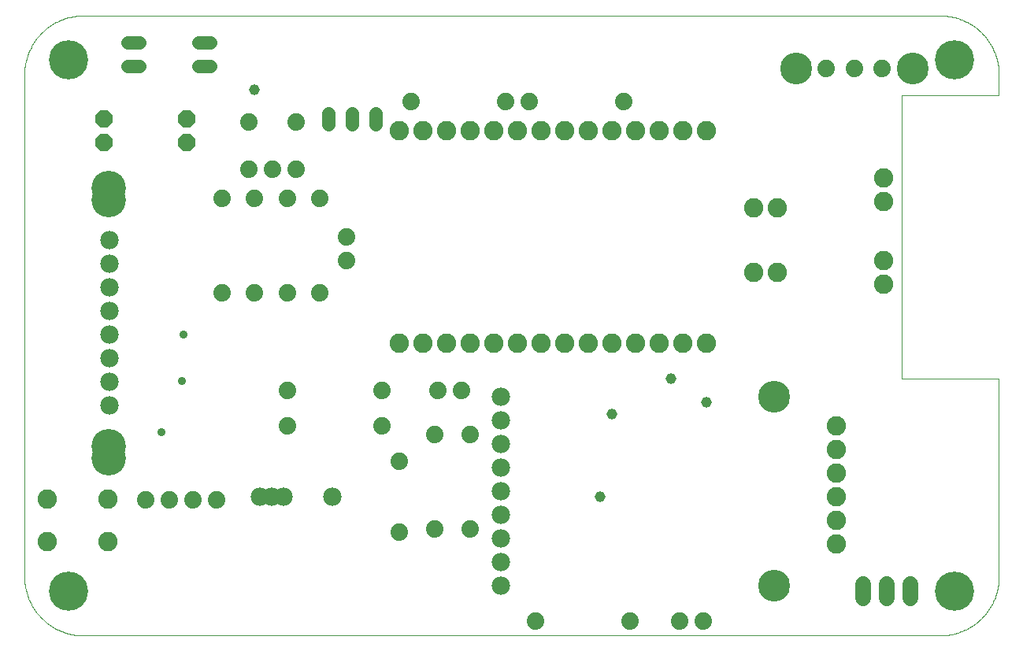
<source format=gts>
G75*
%MOIN*%
%OFA0B0*%
%FSLAX25Y25*%
%IPPOS*%
%LPD*%
%AMOC8*
5,1,8,0,0,1.08239X$1,22.5*
%
%ADD10C,0.00000*%
%ADD11C,0.07800*%
%ADD12C,0.13461*%
%ADD13OC8,0.07400*%
%ADD14C,0.06800*%
%ADD15C,0.08200*%
%ADD16C,0.07400*%
%ADD17C,0.05600*%
%ADD18C,0.16611*%
%ADD19C,0.14643*%
%ADD20C,0.04562*%
%ADD21C,0.03500*%
D10*
X0033850Y0008850D02*
X0396350Y0008850D01*
X0396954Y0008857D01*
X0397558Y0008879D01*
X0398161Y0008916D01*
X0398763Y0008967D01*
X0399363Y0009032D01*
X0399962Y0009112D01*
X0400559Y0009207D01*
X0401153Y0009316D01*
X0401745Y0009439D01*
X0402333Y0009576D01*
X0402918Y0009728D01*
X0403499Y0009894D01*
X0404075Y0010074D01*
X0404648Y0010267D01*
X0405215Y0010475D01*
X0405777Y0010696D01*
X0406334Y0010930D01*
X0406885Y0011178D01*
X0407430Y0011439D01*
X0407968Y0011714D01*
X0408500Y0012001D01*
X0409024Y0012301D01*
X0409541Y0012613D01*
X0410050Y0012938D01*
X0410552Y0013275D01*
X0411045Y0013625D01*
X0411529Y0013986D01*
X0412005Y0014358D01*
X0412471Y0014742D01*
X0412928Y0015137D01*
X0413375Y0015543D01*
X0413813Y0015960D01*
X0414240Y0016387D01*
X0414657Y0016825D01*
X0415063Y0017272D01*
X0415458Y0017729D01*
X0415842Y0018195D01*
X0416214Y0018671D01*
X0416575Y0019155D01*
X0416925Y0019648D01*
X0417262Y0020150D01*
X0417587Y0020659D01*
X0417899Y0021176D01*
X0418199Y0021700D01*
X0418486Y0022232D01*
X0418761Y0022770D01*
X0419022Y0023315D01*
X0419270Y0023866D01*
X0419504Y0024423D01*
X0419725Y0024985D01*
X0419933Y0025552D01*
X0420126Y0026125D01*
X0420306Y0026701D01*
X0420472Y0027282D01*
X0420624Y0027867D01*
X0420761Y0028455D01*
X0420884Y0029047D01*
X0420993Y0029641D01*
X0421088Y0030238D01*
X0421168Y0030837D01*
X0421233Y0031437D01*
X0421284Y0032039D01*
X0421321Y0032642D01*
X0421343Y0033246D01*
X0421350Y0033850D01*
X0421350Y0117600D01*
X0380100Y0117600D01*
X0380100Y0237600D01*
X0421350Y0237600D01*
X0421350Y0246350D01*
X0421343Y0246954D01*
X0421321Y0247558D01*
X0421284Y0248161D01*
X0421233Y0248763D01*
X0421168Y0249363D01*
X0421088Y0249962D01*
X0420993Y0250559D01*
X0420884Y0251153D01*
X0420761Y0251745D01*
X0420624Y0252333D01*
X0420472Y0252918D01*
X0420306Y0253499D01*
X0420126Y0254075D01*
X0419933Y0254648D01*
X0419725Y0255215D01*
X0419504Y0255777D01*
X0419270Y0256334D01*
X0419022Y0256885D01*
X0418761Y0257430D01*
X0418486Y0257968D01*
X0418199Y0258500D01*
X0417899Y0259024D01*
X0417587Y0259541D01*
X0417262Y0260050D01*
X0416925Y0260552D01*
X0416575Y0261045D01*
X0416214Y0261529D01*
X0415842Y0262005D01*
X0415458Y0262471D01*
X0415063Y0262928D01*
X0414657Y0263375D01*
X0414240Y0263813D01*
X0413813Y0264240D01*
X0413375Y0264657D01*
X0412928Y0265063D01*
X0412471Y0265458D01*
X0412005Y0265842D01*
X0411529Y0266214D01*
X0411045Y0266575D01*
X0410552Y0266925D01*
X0410050Y0267262D01*
X0409541Y0267587D01*
X0409024Y0267899D01*
X0408500Y0268199D01*
X0407968Y0268486D01*
X0407430Y0268761D01*
X0406885Y0269022D01*
X0406334Y0269270D01*
X0405777Y0269504D01*
X0405215Y0269725D01*
X0404648Y0269933D01*
X0404075Y0270126D01*
X0403499Y0270306D01*
X0402918Y0270472D01*
X0402333Y0270624D01*
X0401745Y0270761D01*
X0401153Y0270884D01*
X0400559Y0270993D01*
X0399962Y0271088D01*
X0399363Y0271168D01*
X0398763Y0271233D01*
X0398161Y0271284D01*
X0397558Y0271321D01*
X0396954Y0271343D01*
X0396350Y0271350D01*
X0033850Y0271350D01*
X0033246Y0271343D01*
X0032642Y0271321D01*
X0032039Y0271284D01*
X0031437Y0271233D01*
X0030837Y0271168D01*
X0030238Y0271088D01*
X0029641Y0270993D01*
X0029047Y0270884D01*
X0028455Y0270761D01*
X0027867Y0270624D01*
X0027282Y0270472D01*
X0026701Y0270306D01*
X0026125Y0270126D01*
X0025552Y0269933D01*
X0024985Y0269725D01*
X0024423Y0269504D01*
X0023866Y0269270D01*
X0023315Y0269022D01*
X0022770Y0268761D01*
X0022232Y0268486D01*
X0021700Y0268199D01*
X0021176Y0267899D01*
X0020659Y0267587D01*
X0020150Y0267262D01*
X0019648Y0266925D01*
X0019155Y0266575D01*
X0018671Y0266214D01*
X0018195Y0265842D01*
X0017729Y0265458D01*
X0017272Y0265063D01*
X0016825Y0264657D01*
X0016387Y0264240D01*
X0015960Y0263813D01*
X0015543Y0263375D01*
X0015137Y0262928D01*
X0014742Y0262471D01*
X0014358Y0262005D01*
X0013986Y0261529D01*
X0013625Y0261045D01*
X0013275Y0260552D01*
X0012938Y0260050D01*
X0012613Y0259541D01*
X0012301Y0259024D01*
X0012001Y0258500D01*
X0011714Y0257968D01*
X0011439Y0257430D01*
X0011178Y0256885D01*
X0010930Y0256334D01*
X0010696Y0255777D01*
X0010475Y0255215D01*
X0010267Y0254648D01*
X0010074Y0254075D01*
X0009894Y0253499D01*
X0009728Y0252918D01*
X0009576Y0252333D01*
X0009439Y0251745D01*
X0009316Y0251153D01*
X0009207Y0250559D01*
X0009112Y0249962D01*
X0009032Y0249363D01*
X0008967Y0248763D01*
X0008916Y0248161D01*
X0008879Y0247558D01*
X0008857Y0246954D01*
X0008850Y0246350D01*
X0008850Y0033850D01*
X0008857Y0033246D01*
X0008879Y0032642D01*
X0008916Y0032039D01*
X0008967Y0031437D01*
X0009032Y0030837D01*
X0009112Y0030238D01*
X0009207Y0029641D01*
X0009316Y0029047D01*
X0009439Y0028455D01*
X0009576Y0027867D01*
X0009728Y0027282D01*
X0009894Y0026701D01*
X0010074Y0026125D01*
X0010267Y0025552D01*
X0010475Y0024985D01*
X0010696Y0024423D01*
X0010930Y0023866D01*
X0011178Y0023315D01*
X0011439Y0022770D01*
X0011714Y0022232D01*
X0012001Y0021700D01*
X0012301Y0021176D01*
X0012613Y0020659D01*
X0012938Y0020150D01*
X0013275Y0019648D01*
X0013625Y0019155D01*
X0013986Y0018671D01*
X0014358Y0018195D01*
X0014742Y0017729D01*
X0015137Y0017272D01*
X0015543Y0016825D01*
X0015960Y0016387D01*
X0016387Y0015960D01*
X0016825Y0015543D01*
X0017272Y0015137D01*
X0017729Y0014742D01*
X0018195Y0014358D01*
X0018671Y0013986D01*
X0019155Y0013625D01*
X0019648Y0013275D01*
X0020150Y0012938D01*
X0020659Y0012613D01*
X0021176Y0012301D01*
X0021700Y0012001D01*
X0022232Y0011714D01*
X0022770Y0011439D01*
X0023315Y0011178D01*
X0023866Y0010930D01*
X0024423Y0010696D01*
X0024985Y0010475D01*
X0025552Y0010267D01*
X0026125Y0010074D01*
X0026701Y0009894D01*
X0027282Y0009728D01*
X0027867Y0009576D01*
X0028455Y0009439D01*
X0029047Y0009316D01*
X0029641Y0009207D01*
X0030238Y0009112D01*
X0030837Y0009032D01*
X0031437Y0008967D01*
X0032039Y0008916D01*
X0032642Y0008879D01*
X0033246Y0008857D01*
X0033850Y0008850D01*
D11*
X0108555Y0067600D03*
X0113555Y0067600D03*
X0113555Y0067600D03*
X0118555Y0067600D03*
X0139145Y0067600D03*
X0210600Y0070100D03*
X0210600Y0080100D03*
X0210600Y0090100D03*
X0210600Y0100100D03*
X0210600Y0110100D03*
X0210600Y0060100D03*
X0210600Y0050100D03*
X0210600Y0040100D03*
X0210600Y0030100D03*
X0044923Y0106148D03*
X0044923Y0116148D03*
X0044923Y0126148D03*
X0044923Y0136148D03*
X0044923Y0146148D03*
X0044923Y0156148D03*
X0044923Y0166148D03*
X0044923Y0176148D03*
D12*
X0326163Y0110100D03*
X0326163Y0030100D03*
X0335494Y0248850D03*
X0384706Y0248850D03*
D13*
X0077600Y0227600D03*
X0077600Y0217600D03*
X0042600Y0217600D03*
X0042600Y0227600D03*
D14*
X0363850Y0030600D02*
X0363850Y0024600D01*
X0373850Y0024600D02*
X0373850Y0030600D01*
X0383850Y0030600D02*
X0383850Y0024600D01*
D15*
X0352600Y0047600D03*
X0352600Y0057600D03*
X0352600Y0067600D03*
X0352600Y0077600D03*
X0352600Y0087600D03*
X0352600Y0097600D03*
X0297600Y0132600D03*
X0287600Y0132600D03*
X0277600Y0132600D03*
X0267600Y0132600D03*
X0257600Y0132600D03*
X0247600Y0132600D03*
X0237600Y0132600D03*
X0227600Y0132600D03*
X0217600Y0132600D03*
X0207600Y0132600D03*
X0197600Y0132600D03*
X0187600Y0132600D03*
X0177600Y0132600D03*
X0167600Y0132600D03*
X0044150Y0066500D03*
X0044150Y0048700D03*
X0018550Y0048700D03*
X0018550Y0066500D03*
X0167600Y0222600D03*
X0177600Y0222600D03*
X0187600Y0222600D03*
X0197600Y0222600D03*
X0207600Y0222600D03*
X0217600Y0222600D03*
X0227600Y0222600D03*
X0237600Y0222600D03*
X0247600Y0222600D03*
X0257600Y0222600D03*
X0267600Y0222600D03*
X0277600Y0222600D03*
X0287600Y0222600D03*
X0297600Y0222600D03*
X0317600Y0190100D03*
X0327600Y0190100D03*
X0327600Y0162600D03*
X0317600Y0162600D03*
X0372600Y0157600D03*
X0372600Y0167600D03*
X0372600Y0192600D03*
X0372600Y0202600D03*
D16*
X0371911Y0248850D03*
X0360100Y0248850D03*
X0348289Y0248850D03*
X0262600Y0235100D03*
X0222600Y0235100D03*
X0212600Y0235100D03*
X0172600Y0235100D03*
X0123850Y0226350D03*
X0103850Y0226350D03*
X0103850Y0206350D03*
X0113850Y0206350D03*
X0123850Y0206350D03*
X0120100Y0193850D03*
X0106350Y0193850D03*
X0092600Y0193850D03*
X0133850Y0193850D03*
X0145100Y0177600D03*
X0145100Y0167600D03*
X0133850Y0153850D03*
X0120100Y0153850D03*
X0106350Y0153850D03*
X0092600Y0153850D03*
X0120100Y0112600D03*
X0120100Y0097600D03*
X0160100Y0097600D03*
X0167600Y0082600D03*
X0182600Y0093850D03*
X0197600Y0093850D03*
X0193850Y0112600D03*
X0183850Y0112600D03*
X0160100Y0112600D03*
X0090100Y0066350D03*
X0080100Y0066350D03*
X0070100Y0066350D03*
X0060100Y0066350D03*
X0167600Y0052600D03*
X0182600Y0053850D03*
X0197600Y0053850D03*
X0225100Y0015100D03*
X0265100Y0015100D03*
X0286350Y0015100D03*
X0296350Y0015100D03*
D17*
X0157600Y0225200D02*
X0157600Y0230000D01*
X0147600Y0230000D02*
X0147600Y0225200D01*
X0137600Y0225200D02*
X0137600Y0230000D01*
X0087500Y0250100D02*
X0082700Y0250100D01*
X0082700Y0260100D02*
X0087500Y0260100D01*
X0057500Y0260100D02*
X0052700Y0260100D01*
X0052700Y0250100D02*
X0057500Y0250100D01*
D18*
X0027600Y0252600D03*
X0027600Y0027600D03*
X0402600Y0027600D03*
X0402600Y0252600D03*
D19*
X0044647Y0198234D03*
X0044600Y0193200D03*
X0044700Y0089100D03*
X0044647Y0084061D03*
D20*
X0252600Y0067600D03*
X0257600Y0102600D03*
X0282600Y0117600D03*
X0297600Y0107600D03*
X0106350Y0240100D03*
D21*
X0076100Y0136300D03*
X0075400Y0116700D03*
X0067000Y0095000D03*
M02*

</source>
